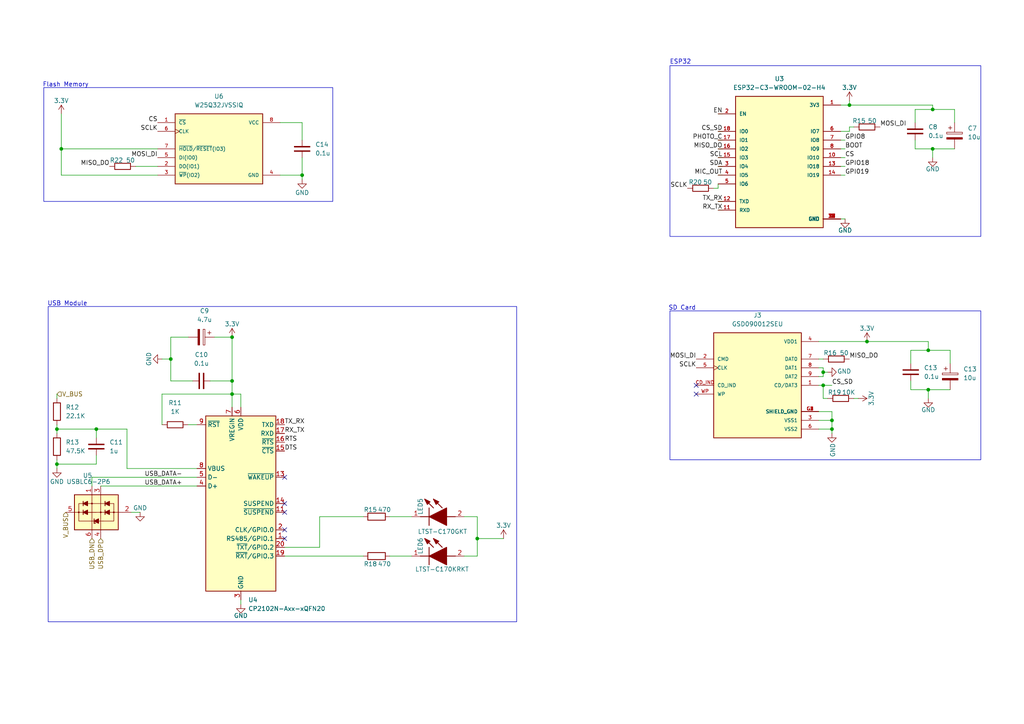
<source format=kicad_sch>
(kicad_sch (version 20250114) (generator "eeschema") (generator_version "9.0")
  (paper "A4")
  (title_block (date "2025-12-22") (rev "v1") (company "JPIndustries"))
  (lib_symbols
    (symbol "Device:C_Polarized" (pin_numbers (hide yes)) (pin_names (offset 0.254))
      (property "Reference" "C" (at 0.635 2.54 0))
      (property "Value" "C_Polarized" (at 0.635 -2.54 0))
      (symbol "C_Polarized_0_1"
        (rectangle (start -2.286 0.508) (end 2.286 1.016))
        (polyline (pts (xy -1.778 2.286) (xy -0.762 2.286)))
        (polyline (pts (xy -1.27 2.794) (xy -1.27 1.778)))
        (rectangle (start 2.286 -0.508) (end -2.286 -1.016) (fill (type outline)))
      )
      (symbol "C_Polarized_1_1"
        (pin passive line (at 0 3.81 270) (length 2.794) (name "~") (number "1"))
        (pin passive line (at 0 -3.81 90) (length 2.794) (name "~") (number "2"))
      )
    )
    (symbol "Device:R" (pin_numbers (hide yes)) (pin_names (offset 0))
      (property "Reference" "R" (at 2.032 0 90))
      (property "Value" "R" (at 0 0 90))
      (symbol "R_0_1"
        (rectangle (start -1.016 -2.54) (end 1.016 2.54) (stroke (width 0.254)))
      )
      (symbol "R_1_1"
        (pin passive line (at 0 3.81 270) (length 1.27) (name "~") (number "1"))
        (pin passive line (at 0 -3.81 90) (length 1.27) (name "~") (number "2"))
      )
    )
    (symbol "ESP32-C3-WROOM-02-H4:ESP32-C3-WROOM-02-H4" (pin_names (offset 1.016))
      (property "Reference" "U" (at -12.7 21.082 0))
      (property "Value" "ESP32-C3-WROOM-02-H4" (at -12.7 -18.542 0))
      (symbol "ESP32-C3-WROOM-02-H4_0_0"
        (rectangle (start -12.7 -17.78) (end 12.7 20.32) (stroke (width 0.254)) (fill (type background)))
        (pin input line (at -17.78 15.24 0) (length 5.08) (name "EN") (number "2"))
        (pin bidirectional line (at -17.78 10.16 0) (length 5.08) (name "IO0") (number "18"))
        (pin bidirectional line (at -17.78 7.62 0) (length 5.08) (name "IO1") (number "17"))
        (pin bidirectional line (at -17.78 5.08 0) (length 5.08) (name "IO2") (number "16"))
        (pin bidirectional line (at -17.78 2.54 0) (length 5.08) (name "IO3") (number "15"))
        (pin bidirectional line (at -17.78 0 0) (length 5.08) (name "IO4") (number "3"))
        (pin bidirectional line (at -17.78 -2.54 0) (length 5.08) (name "IO5") (number "4"))
        (pin bidirectional line (at -17.78 -5.08 0) (length 5.08) (name "IO6") (number "5"))
        (pin bidirectional line (at -17.78 -10.16 0) (length 5.08) (name "TXD") (number "12"))
        (pin bidirectional line (at -17.78 -12.7 0) (length 5.08) (name "RXD") (number "11"))
        (pin power_in line (at 17.78 17.78 180) (length 5.08) (name "3V3") (number "1"))
        (pin bidirectional line (at 17.78 10.16 180) (length 5.08) (name "IO7") (number "6"))
        (pin bidirectional line (at 17.78 7.62 180) (length 5.08) (name "IO8") (number "7"))
        (pin bidirectional line (at 17.78 5.08 180) (length 5.08) (name "IO9") (number "8"))
        (pin bidirectional line (at 17.78 2.54 180) (length 5.08) (name "IO10") (number "10"))
        (pin bidirectional line (at 17.78 0 180) (length 5.08) (name "IO18") (number "13"))
        (pin bidirectional line (at 17.78 -2.54 180) (length 5.08) (name "IO19") (number "14"))
        (pin power_in line (at 17.78 -15.24 180) (length 5.08) (name "GND") (number "19"))
        (pin power_in line (at 17.78 -15.24 180) (length 5.08) (name "GND") (number "20"))
        (pin power_in line (at 17.78 -15.24 180) (length 5.08) (name "GND") (number "21"))
        (pin power_in line (at 17.78 -15.24 180) (length 5.08) (name "GND") (number "22"))
        (pin power_in line (at 17.78 -15.24 180) (length 5.08) (name "GND") (number "23"))
        (pin power_in line (at 17.78 -15.24 180) (length 5.08) (name "GND") (number "24"))
        (pin power_in line (at 17.78 -15.24 180) (length 5.08) (name "GND") (number "25"))
        (pin power_in line (at 17.78 -15.24 180) (length 5.08) (name "GND") (number "26"))
        (pin power_in line (at 17.78 -15.24 180) (length 5.08) (name "GND") (number "27"))
        (pin power_in line (at 17.78 -15.24 180) (length 5.08) (name "GND") (number "28"))
        (pin power_in line (at 17.78 -15.24 180) (length 5.08) (name "GND") (number "29"))
        (pin power_in line (at 17.78 -15.24 180) (length 5.08) (name "GND") (number "30"))
        (pin power_in line (at 17.78 -15.24 180) (length 5.08) (name "GND") (number "31"))
        (pin power_in line (at 17.78 -15.24 180) (length 5.08) (name "GND") (number "32"))
        (pin power_in line (at 17.78 -15.24 180) (length 5.08) (name "GND") (number "33"))
        (pin power_in line (at 17.78 -15.24 180) (length 5.08) (name "GND") (number "34"))
        (pin power_in line (at 17.78 -15.24 180) (length 5.08) (name "GND") (number "35"))
        (pin power_in line (at 17.78 -15.24 180) (length 5.08) (name "GND") (number "36"))
        (pin power_in line (at 17.78 -15.24 180) (length 5.08) (name "GND") (number "37"))
        (pin power_in line (at 17.78 -15.24 180) (length 5.08) (name "GND") (number "38"))
        (pin power_in line (at 17.78 -15.24 180) (length 5.08) (name "GND") (number "39"))
        (pin power_in line (at 17.78 -15.24 180) (length 5.08) (name "GND") (number "9"))
      )
    )
    (symbol "GSD090012SEU:GSD090012SEU" (pin_names (offset 1.016))
      (property "Reference" "J" (at -12.7 16.002 0))
      (property "Value" "GSD090012SEU" (at -12.7 -17.78 0))
      (symbol "GSD090012SEU_0_0"
        (rectangle (start -12.7 -15.24) (end 12.7 15.24) (stroke (width 0.254)) (fill (type background)))
        (pin bidirectional line (at -17.78 7.62 0) (length 5.08) (name "CMD") (number "2"))
        (pin bidirectional clock (at -17.78 5.08 0) (length 5.08) (name "CLK") (number "5"))
        (pin passive line (at -17.78 0 0) (length 5.08) (name "CD_IND") (number "CD_IND"))
        (pin passive line (at -17.78 -2.54 0) (length 5.08) (name "WP") (number "WP"))
        (pin power_in line (at 17.78 12.7 180) (length 5.08) (name "VDD1") (number "4"))
        (pin bidirectional line (at 17.78 7.62 180) (length 5.08) (name "DAT0") (number "7"))
        (pin bidirectional line (at 17.78 5.08 180) (length 5.08) (name "DAT1") (number "8"))
        (pin bidirectional line (at 17.78 2.54 180) (length 5.08) (name "DAT2") (number "9"))
        (pin bidirectional line (at 17.78 0 180) (length 5.08) (name "CD/DAT3") (number "1"))
        (pin power_in line (at 17.78 -7.62 180) (length 5.08) (name "SHIELD_GND") (number "G1"))
        (pin power_in line (at 17.78 -7.62 180) (length 5.08) (name "SHIELD_GND") (number "G2"))
        (pin power_in line (at 17.78 -7.62 180) (length 5.08) (name "SHIELD_GND") (number "G3"))
        (pin power_in line (at 17.78 -7.62 180) (length 5.08) (name "SHIELD_GND") (number "G4"))
        (pin power_in line (at 17.78 -10.16 180) (length 5.08) (name "VSS1") (number "3"))
        (pin power_in line (at 17.78 -12.7 180) (length 5.08) (name "VSS2") (number "6"))
      )
    )
    (symbol "Interface_USB:CP2102N-Axx-xQFN20"
      (property "Reference" "U" (at -8.89 26.67 0))
      (property "Value" "CP2102N-Axx-xQFN20" (at 12.7 26.67 0))
      (symbol "CP2102N-Axx-xQFN20_0_1"
        (rectangle (start -10.16 25.4) (end 10.16 -25.4) (stroke (width 0.254)) (fill (type background)))
      )
      (symbol "CP2102N-Axx-xQFN20_1_1"
        (pin input line (at -12.7 22.86 0) (length 2.54) (name "~{RST}") (number "9"))
        (pin input line (at -12.7 10.16 0) (length 2.54) (name "VBUS") (number "8"))
        (pin bidirectional line (at -12.7 7.62 0) (length 2.54) (name "D-") (number "5"))
        (pin bidirectional line (at -12.7 5.08 0) (length 2.54) (name "D+") (number "4"))
        (pin no_connect line (at -10.16 -22.86 0) (length 2.54) (hide yes) (name "NC") (number "10"))
        (pin power_in line (at -2.54 27.94 270) (length 2.54) (name "VREGIN") (number "7"))
        (pin power_in line (at 0 27.94 270) (length 2.54) (name "VDD") (number "6"))
        (pin passive line (at 0 -27.94 90) (length 2.54) (hide yes) (name "GND") (number "12"))
        (pin passive line (at 0 -27.94 90) (length 2.54) (hide yes) (name "GND") (number "21"))
        (pin power_in line (at 0 -27.94 90) (length 2.54) (name "GND") (number "3"))
        (pin output line (at 12.7 22.86 180) (length 2.54) (name "TXD") (number "18"))
        (pin input line (at 12.7 20.32 180) (length 2.54) (name "RXD") (number "17"))
        (pin output line (at 12.7 17.78 180) (length 2.54) (name "~{RTS}") (number "16"))
        (pin input line (at 12.7 15.24 180) (length 2.54) (name "~{CTS}") (number "15"))
        (pin input line (at 12.7 7.62 180) (length 2.54) (name "~{WAKEUP}") (number "13"))
        (pin output line (at 12.7 0 180) (length 2.54) (name "SUSPEND") (number "14"))
        (pin output line (at 12.7 -2.54 180) (length 2.54) (name "~{SUSPEND}") (number "11"))
        (pin bidirectional line (at 12.7 -7.62 180) (length 2.54) (name "CLK/GPIO.0") (number "2"))
        (pin bidirectional line (at 12.7 -10.16 180) (length 2.54) (name "RS485/GPIO.1") (number "1"))
        (pin bidirectional line (at 12.7 -12.7 180) (length 2.54) (name "~{TXT}/GPIO.2") (number "20"))
        (pin bidirectional line (at 12.7 -15.24 180) (length 2.54) (name "~{RXT}/GPIO.3") (number "19"))
      )
    )
    (symbol "LTST-C170GKT:LTST-C170GKT" (pin_names (hide yes))
      (property "Reference" "LED" (at 12.7 8.89 0))
      (property "Value" "LTST-C170GKT" (at 12.7 6.35 0))
      (symbol "LTST-C170GKT_1_1"
        (polyline (pts (xy 2.54 0) (xy 5.08 0)) (stroke (width 0.254)))
        (polyline (pts (xy 5.08 2.54) (xy 5.08 -2.54)) (stroke (width 0.254)))
        (polyline (pts (xy 5.08 0) (xy 10.16 2.54) (xy 10.16 -2.54) (xy 5.08 0)) (stroke (width 0.254)) (fill (type outline)))
        (polyline (pts (xy 5.334 4.318) (xy 4.572 3.556) (xy 3.81 5.08) (xy 5.334 4.318)) (stroke (width 0.254)) (fill (type outline)))
        (polyline (pts (xy 6.35 2.54) (xy 3.81 5.08)) (stroke (width 0.254)))
        (polyline (pts (xy 7.874 4.318) (xy 7.112 3.556) (xy 6.35 5.08) (xy 7.874 4.318)) (stroke (width 0.254)) (fill (type outline)))
        (polyline (pts (xy 8.89 2.54) (xy 6.35 5.08)) (stroke (width 0.254)))
        (polyline (pts (xy 10.16 0) (xy 12.7 0)) (stroke (width 0.254)))
        (pin passive line (at 0 0 0) (length 2.54) (name "K") (number "1"))
        (pin passive line (at 15.24 0 180) (length 2.54) (name "A") (number "2"))
      )
    )
    (symbol "LTST-C170KRKT:LTST-C170KRKT" (pin_names (hide yes))
      (property "Reference" "LED" (at 12.7 8.89 0))
      (property "Value" "LTST-C170KRKT" (at 12.7 6.35 0))
      (symbol "LTST-C170KRKT_1_1"
        (polyline (pts (xy 2.54 0) (xy 5.08 0)) (stroke (width 0.254)))
        (polyline (pts (xy 5.08 2.54) (xy 5.08 -2.54)) (stroke (width 0.254)))
        (polyline (pts (xy 5.08 0) (xy 10.16 2.54) (xy 10.16 -2.54) (xy 5.08 0)) (stroke (width 0.254)) (fill (type outline)))
        (polyline (pts (xy 5.334 4.318) (xy 4.572 3.556) (xy 3.81 5.08) (xy 5.334 4.318)) (stroke (width 0.254)) (fill (type outline)))
        (polyline (pts (xy 6.35 2.54) (xy 3.81 5.08)) (stroke (width 0.254)))
        (polyline (pts (xy 7.874 4.318) (xy 7.112 3.556) (xy 6.35 5.08) (xy 7.874 4.318)) (stroke (width 0.254)) (fill (type outline)))
        (polyline (pts (xy 8.89 2.54) (xy 6.35 5.08)) (stroke (width 0.254)))
        (polyline (pts (xy 10.16 0) (xy 12.7 0)) (stroke (width 0.254)))
        (pin passive line (at 0 0 0) (length 2.54) (name "K") (number "1"))
        (pin passive line (at 15.24 0 180) (length 2.54) (name "A") (number "2"))
      )
    )
    (symbol "PCM_Diode_TVS_AKL:USBLC6-2P6" (pin_names (offset 1.016) (hide yes))
      (property "Reference" "D" (at 6.35 6.35 0))
      (property "Value" "USBLC6-2P6" (at 6.35 3.81 0))
      (symbol "USBLC6-2P6_0_1"
        (rectangle (start -5.08 5.08) (end 5.08 -7.62) (stroke (width 0.254)) (fill (type background)))
        (polyline (pts (xy -5.08 0) (xy 5.08 0)))
        (polyline (pts (xy -5.08 -2.54) (xy 5.08 -2.54)))
        (polyline (pts (xy -2.54 2.54) (xy -1.905 1.27) (xy -3.175 1.27) (xy -2.54 2.54)) (stroke (width 0.254)) (fill (type outline)))
        (polyline (pts (xy -2.54 -3.81) (xy -1.905 -5.08) (xy -3.175 -5.08) (xy -2.54 -3.81)) (stroke (width 0.254)) (fill (type outline)))
        (polyline (pts (xy -2.54 -6.35) (xy -2.54 1.27)))
        (polyline (pts (xy -2.54 -6.35) (xy -2.54 -6.35) (xy 2.54 -6.35) (xy 2.54 -3.175)))
        (polyline (pts (xy -1.905 2.54) (xy -3.175 2.54)) (stroke (width 0.254)))
        (polyline (pts (xy -1.905 -3.81) (xy -3.175 -3.81)) (stroke (width 0.254)))
        (polyline (pts (xy 0 5.08) (xy 0 3.81)))
        (polyline (pts (xy 0 2.54) (xy 0 3.81)))
        (polyline (pts (xy 0 2.54) (xy 0.635 1.27) (xy -0.635 1.27) (xy 0 2.54)) (stroke (width 0.254)) (fill (type outline)))
        (polyline (pts (xy 0 1.27) (xy 0 -3.81)))
        (polyline (pts (xy 0 -1.27) (xy 0 1.27)))
        (polyline (pts (xy 0 -3.81) (xy 0.635 -5.08) (xy -0.635 -5.08) (xy 0 -3.81)) (stroke (width 0.254)) (fill (type outline)))
        (polyline (pts (xy 0 -7.62) (xy 0 -6.35)))
        (polyline (pts (xy 0 -8.89) (xy 0 -7.62)))
        (polyline (pts (xy 0.635 2.54) (xy -0.635 2.54)) (stroke (width 0.254)))
        (polyline (pts (xy 0.635 -3.81) (xy -0.635 -3.81)) (stroke (width 0.254)))
        (polyline (pts (xy 2.54 -0.635) (xy 2.54 3.81) (xy -2.54 3.81) (xy -2.54 2.54)))
        (polyline (pts (xy 2.54 -0.635) (xy 3.175 -1.905) (xy 1.905 -1.905) (xy 2.54 -0.635)) (stroke (width 0.254)) (fill (type outline)))
        (polyline (pts (xy 3.175 -0.635) (xy 1.905 -0.635)) (stroke (width 0.254)))
      )
      (symbol "USBLC6-2P6_1_1"
        (circle (center -2.54 0) (radius 0.1778) (fill (type outline)))
        (circle (center 0 3.81) (radius 0.1778) (fill (type outline)))
        (polyline (pts (xy 0 0) (xy 0 2.54)))
        (circle (center 0 -2.54) (radius 0.1778) (fill (type outline)))
        (polyline (pts (xy 0 -6.35) (xy 0 -3.81)))
        (circle (center 0 -6.35) (radius 0.1778) (fill (type outline)))
        (polyline (pts (xy 2.54 -3.175) (xy 2.54 -0.635)))
        (polyline (pts (xy 3.175 -0.635) (xy 3.175 -1.016)) (stroke (width 0.254)))
        (pin passive line (at -7.62 0 0) (length 2.54) (name "L1") (number "1"))
        (pin passive line (at -7.62 -2.54 0) (length 2.54) (name "L2") (number "3"))
        (pin passive line (at 0 7.62 270) (length 2.54) (name "VP") (number "5"))
        (pin passive line (at 0 -11.43 90) (length 2.54) (name "VN") (number "2"))
        (pin passive line (at 7.62 0 180) (length 2.54) (name "L1") (number "6"))
        (pin passive line (at 7.62 -2.54 180) (length 2.54) (name "L2") (number "4"))
      )
    )
    (symbol "PCM_SL_Devices:Capacitor_NP"
      (property "Reference" "C" (at 0 6.35 0))
      (property "Value" "Capacitor_NP" (at 0 3.81 0))
      (symbol "Capacitor_NP_0_1"
        (rectangle (start -0.762 2.286) (end -0.508 -2.286) (fill (type outline)))
        (rectangle (start 0.508 2.286) (end 0.762 -2.286) (fill (type outline)))
      )
      (symbol "Capacitor_NP_1_1"
        (pin passive line (at -2.54 0 0) (length 2) (name "~") (number "1"))
        (pin input line (at 2.54 0 180) (length 2) (name "~") (number "2"))
      )
    )
    (symbol "PCM_SL_Resistors:Resistor"
      (property "Reference" "R" (at 0 5.08 0))
      (property "Value" "Resistor" (at 0 2.54 0))
      (symbol "Resistor_0_1"
        (rectangle (start -2.286 0.889) (end 2.286 -0.889) (stroke (width 0.24)))
      )
      (symbol "Resistor_1_1"
        (pin passive line (at -3.81 0 0) (length 1.5) (name "") (number "1"))
        (pin passive line (at 3.81 0 180) (length 1.5) (name "~") (number "2"))
      )
    )
    (symbol "PCM_SparkFun-PowerSymbol:3.3V" (power) (pin_names (offset 0))
      (property "Value" "3.3V" (at 0 3.81 0))
      (symbol "3.3V_0_1"
        (polyline (pts (xy -0.762 1.27) (xy 0 2.54)))
        (polyline (pts (xy 0 2.54) (xy 0.762 1.27)))
        (polyline (pts (xy 0 0) (xy 0 2.54)))
      )
      (symbol "3.3V_1_1"
        (pin power_in line (at 0 0 90) (length 0) (hide yes) (name "3.3V") (number "1"))
      )
    )
    (symbol "PCM_SparkFun-PowerSymbol:GND" (power) (pin_names (offset 0))
      (property "Value" "GND" (at 0 -3.81 0))
      (symbol "GND_0_1"
        (polyline (pts (xy 0 0) (xy 0 -1.27) (xy 1.27 -1.27) (xy 0 -2.54) (xy -1.27 -1.27) (xy 0 -1.27)))
      )
      (symbol "GND_1_1"
        (pin power_in line (at 0 0 270) (length 0) (hide yes) (name "GND") (number "1"))
      )
    )
    (symbol "W25Q32JVSSIQ:W25Q32JVSSIQ" (pin_names (offset 1.016))
      (property "Reference" "U" (at -12.4723 10.945 0))
      (property "Value" "W25Q32JVSSIQ" (at -12.4744 -12.2198 0))
      (symbol "W25Q32JVSSIQ_0_0"
        (rectangle (start -12.7 -10.16) (end 12.7 10.16) (stroke (width 0.254)) (fill (type background)))
        (pin input line (at -17.78 7.62 0) (length 5.08) (name "~{CS}") (number "1"))
        (pin input clock (at -17.78 5.08 0) (length 5.08) (name "CLK") (number "6"))
        (pin bidirectional line (at -17.78 0 0) (length 5.08) (name "~{HOLD}/~{RESET}(IO3)") (number "7"))
        (pin bidirectional line (at -17.78 -2.54 0) (length 5.08) (name "DI(IO0)") (number "5"))
        (pin bidirectional line (at -17.78 -5.08 0) (length 5.08) (name "DO(IO1)") (number "2"))
        (pin bidirectional line (at -17.78 -7.62 0) (length 5.08) (name "~{WP}(IO2)") (number "3"))
        (pin power_in line (at 17.78 7.62 180) (length 5.08) (name "VCC") (number "8"))
        (pin power_in line (at 17.78 -7.62 180) (length 5.08) (name "GND") (number "4"))
      )
    )
  )
  (rectangle (start 194.31 90.17) (end 284.48 133.35))
  (rectangle (start 12.7 25.4) (end 96.52 58.42))
  (rectangle (start 13.97 88.9) (end 149.86 180.34))
  (rectangle (start 194.31 19.05) (end 284.48 68.58))
  (text "ESP32\n" (at 197.358 18.034 0) (effects (font (size 1.27 1.27))))
  (text "SD Card\n" (at 197.866 89.408 0) (effects (font (size 1.27 1.27))))
  (text "USB Module" (at 19.558 88.138 0) (effects (font (size 1.27 1.27))))
  (text "Flash Memory" (at 19.05 24.638 0) (effects (font (size 1.27 1.27))))
  (junction (at 238.76 107.95))
  (junction (at 241.3 124.46))
  (junction (at 67.31 97.79))
  (junction (at 67.31 114.3))
  (junction (at 138.43 156.21))
  (junction (at 269.24 113.03))
  (junction (at 27.94 124.46))
  (junction (at 241.3 121.92))
  (junction (at 270.51 31.75))
  (junction (at 16.51 134.62))
  (junction (at 49.53 104.14))
  (junction (at 246.38 30.48))
  (junction (at 251.46 99.06))
  (junction (at 238.76 111.76))
  (junction (at 67.31 110.49))
  (junction (at 17.78 43.18))
  (junction (at 16.51 124.46))
  (junction (at 269.24 101.6))
  (junction (at 270.51 43.18))
  (junction (at 87.63 50.8))
  (no_connect (at 82.55 156.21))
  (no_connect (at 201.93 114.3))
  (no_connect (at 82.55 146.05))
  (no_connect (at 82.55 138.43))
  (no_connect (at 82.55 148.59))
  (no_connect (at 201.93 111.76))
  (no_connect (at 82.55 153.67))
  (wire (pts (xy 134.62 149.86) (xy 138.43 149.86)))
  (wire (pts (xy 241.3 121.92) (xy 241.3 124.46)))
  (wire (pts (xy 246.38 38.1) (xy 243.84 38.1)))
  (wire (pts (xy 238.76 111.76) (xy 238.76 115.57)))
  (wire (pts (xy 87.63 50.8) (xy 87.63 52.07)))
  (wire (pts (xy 16.51 135.89) (xy 16.51 134.62)))
  (wire (pts (xy 67.31 114.3) (xy 67.31 118.11)))
  (wire (pts (xy 17.78 50.8) (xy 17.78 43.18)))
  (wire (pts (xy 17.78 43.18) (xy 45.72 43.18)))
  (wire (pts (xy 237.49 106.68) (xy 238.76 106.68)))
  (wire (pts (xy 238.76 111.76) (xy 237.49 111.76)))
  (wire (pts (xy 237.49 109.22) (xy 238.76 109.22)))
  (wire (pts (xy 54.61 123.19) (xy 57.15 123.19)))
  (wire (pts (xy 39.37 48.26) (xy 45.72 48.26)))
  (wire (pts (xy 208.28 58.42) (xy 209.55 58.42)))
  (wire (pts (xy 69.85 175.26) (xy 69.85 173.99)))
  (wire (pts (xy 269.24 99.06) (xy 269.24 101.6)))
  (wire (pts (xy 264.16 113.03) (xy 269.24 113.03)))
  (wire (pts (xy 265.43 31.75) (xy 270.51 31.75)))
  (wire (pts (xy 57.15 138.43) (xy 26.67 138.43)))
  (wire (pts (xy 134.62 161.29) (xy 138.43 161.29)))
  (wire (pts (xy 270.51 31.75) (xy 270.51 30.48)))
  (wire (pts (xy 36.83 124.46) (xy 36.83 135.89)))
  (wire (pts (xy 27.94 124.46) (xy 36.83 124.46)))
  (wire (pts (xy 208.28 50.8) (xy 209.55 50.8)))
  (wire (pts (xy 29.21 140.97) (xy 57.15 140.97)))
  (wire (pts (xy 246.38 30.48) (xy 243.84 30.48)))
  (wire (pts (xy 138.43 149.86) (xy 138.43 156.21)))
  (wire (pts (xy 27.94 134.62) (xy 16.51 134.62)))
  (wire (pts (xy 82.55 161.29) (xy 105.41 161.29)))
  (wire (pts (xy 247.65 36.83) (xy 246.38 36.83)))
  (wire (pts (xy 16.51 114.3) (xy 16.51 115.57)))
  (wire (pts (xy 46.99 123.19) (xy 46.99 114.3)))
  (wire (pts (xy 67.31 110.49) (xy 60.96 110.49)))
  (wire (pts (xy 237.49 99.06) (xy 251.46 99.06)))
  (wire (pts (xy 270.51 43.18) (xy 276.86 43.18)))
  (wire (pts (xy 92.71 158.75) (xy 92.71 149.86)))
  (wire (pts (xy 69.85 114.3) (xy 67.31 114.3)))
  (wire (pts (xy 270.51 43.18) (xy 270.51 45.72)))
  (wire (pts (xy 269.24 113.03) (xy 269.24 115.57)))
  (wire (pts (xy 246.38 29.21) (xy 246.38 30.48)))
  (wire (pts (xy 247.65 115.57) (xy 248.92 115.57)))
  (wire (pts (xy 208.28 43.18) (xy 209.55 43.18)))
  (wire (pts (xy 208.28 48.26) (xy 209.55 48.26)))
  (wire (pts (xy 67.31 97.79) (xy 62.23 97.79)))
  (wire (pts (xy 251.46 99.06) (xy 269.24 99.06)))
  (wire (pts (xy 276.86 31.75) (xy 276.86 35.56)))
  (wire (pts (xy 275.59 101.6) (xy 275.59 105.41)))
  (wire (pts (xy 243.84 45.72) (xy 245.11 45.72)))
  (wire (pts (xy 208.28 33.02) (xy 209.55 33.02)))
  (wire (pts (xy 265.43 35.56) (xy 265.43 31.75)))
  (wire (pts (xy 55.88 110.49) (xy 49.53 110.49)))
  (wire (pts (xy 238.76 115.57) (xy 240.03 115.57)))
  (wire (pts (xy 208.28 38.1) (xy 209.55 38.1)))
  (wire (pts (xy 26.67 138.43) (xy 26.67 140.97)))
  (wire (pts (xy 16.51 124.46) (xy 27.94 124.46)))
  (wire (pts (xy 87.63 45.72) (xy 87.63 50.8)))
  (wire (pts (xy 265.43 43.18) (xy 270.51 43.18)))
  (wire (pts (xy 237.49 119.38) (xy 241.3 119.38)))
  (wire (pts (xy 208.28 45.72) (xy 209.55 45.72)))
  (wire (pts (xy 49.53 104.14) (xy 46.99 104.14)))
  (wire (pts (xy 113.03 149.86) (xy 119.38 149.86)))
  (wire (pts (xy 208.28 40.64) (xy 209.55 40.64)))
  (wire (pts (xy 237.49 124.46) (xy 241.3 124.46)))
  (wire (pts (xy 207.01 54.61) (xy 208.28 54.61)))
  (wire (pts (xy 138.43 156.21) (xy 146.05 156.21)))
  (wire (pts (xy 67.31 110.49) (xy 67.31 97.79)))
  (wire (pts (xy 246.38 30.48) (xy 270.51 30.48)))
  (wire (pts (xy 82.55 158.75) (xy 92.71 158.75)))
  (wire (pts (xy 113.03 161.29) (xy 119.38 161.29)))
  (wire (pts (xy 243.84 63.5) (xy 245.11 63.5)))
  (wire (pts (xy 54.61 97.79) (xy 49.53 97.79)))
  (wire (pts (xy 81.28 50.8) (xy 87.63 50.8)))
  (wire (pts (xy 238.76 107.95) (xy 240.03 107.95)))
  (wire (pts (xy 264.16 105.41) (xy 264.16 101.6)))
  (wire (pts (xy 27.94 124.46) (xy 27.94 127)))
  (wire (pts (xy 69.85 118.11) (xy 69.85 114.3)))
  (wire (pts (xy 16.51 134.62) (xy 16.51 133.35)))
  (wire (pts (xy 208.28 60.96) (xy 209.55 60.96)))
  (wire (pts (xy 265.43 40.64) (xy 265.43 43.18)))
  (wire (pts (xy 138.43 161.29) (xy 138.43 156.21)))
  (wire (pts (xy 16.51 123.19) (xy 16.51 124.46)))
  (wire (pts (xy 27.94 132.08) (xy 27.94 134.62)))
  (wire (pts (xy 238.76 109.22) (xy 238.76 107.95)))
  (wire (pts (xy 208.28 54.61) (xy 208.28 53.34)))
  (wire (pts (xy 246.38 36.83) (xy 246.38 38.1)))
  (wire (pts (xy 243.84 50.8) (xy 245.11 50.8)))
  (wire (pts (xy 87.63 35.56) (xy 87.63 40.64)))
  (wire (pts (xy 238.76 111.76) (xy 241.3 111.76)))
  (wire (pts (xy 269.24 113.03) (xy 275.59 113.03)))
  (wire (pts (xy 269.24 101.6) (xy 275.59 101.6)))
  (wire (pts (xy 238.76 106.68) (xy 238.76 107.95)))
  (wire (pts (xy 264.16 110.49) (xy 264.16 113.03)))
  (wire (pts (xy 92.71 149.86) (xy 105.41 149.86)))
  (wire (pts (xy 237.49 121.92) (xy 241.3 121.92)))
  (wire (pts (xy 38.1 148.59) (xy 40.64 148.59)))
  (wire (pts (xy 270.51 31.75) (xy 276.86 31.75)))
  (wire (pts (xy 81.28 35.56) (xy 87.63 35.56)))
  (wire (pts (xy 243.84 48.26) (xy 245.11 48.26)))
  (wire (pts (xy 243.84 40.64) (xy 245.11 40.64)))
  (wire (pts (xy 237.49 104.14) (xy 238.76 104.14)))
  (wire (pts (xy 243.84 43.18) (xy 245.11 43.18)))
  (wire (pts (xy 241.3 119.38) (xy 241.3 121.92)))
  (wire (pts (xy 67.31 114.3) (xy 67.31 110.49)))
  (wire (pts (xy 17.78 43.18) (xy 17.78 33.02)))
  (wire (pts (xy 46.99 114.3) (xy 67.31 114.3)))
  (wire (pts (xy 16.51 124.46) (xy 16.51 125.73)))
  (wire (pts (xy 36.83 135.89) (xy 57.15 135.89)))
  (wire (pts (xy 45.72 50.8) (xy 17.78 50.8)))
  (wire (pts (xy 241.3 124.46) (xy 241.3 125.73)))
  (wire (pts (xy 49.53 97.79) (xy 49.53 104.14)))
  (wire (pts (xy 264.16 101.6) (xy 269.24 101.6)))
  (wire (pts (xy 49.53 110.49) (xy 49.53 104.14)))
  (label "CS" (at 245.11 45.72 0))
  (label "CS_SD" (at 209.55 38.1 180))
  (label "MISO_DO" (at 246.38 104.14 0))
  (label "GPIO18" (at 245.11 48.26 0))
  (label "TX_RX" (at 82.55 123.19 0))
  (label "MIC_OUT" (at 209.55 50.8 180))
  (label "SCLK" (at 45.72 38.1 180))
  (label "DTS" (at 82.55 130.81 0))
  (label "SCLK" (at 201.93 106.68 180))
  (label "USB_DATA+" (at 41.91 140.97 0))
  (label "MOSI_DI" (at 201.93 104.14 180))
  (label "CS" (at 45.72 35.56 180))
  (label "GPI019" (at 245.11 50.8 0))
  (label "TX_RX" (at 209.55 58.42 180))
  (label "SCLK" (at 199.39 54.61 180))
  (label "USB_DATA-" (at 41.91 138.43 0))
  (label "SDA" (at 209.55 48.26 180))
  (label "PHOTO_C" (at 209.55 40.64 180))
  (label "GPIO8" (at 245.11 40.64 0))
  (label "BOOT" (at 245.11 43.18 0))
  (label "SCL" (at 209.55 45.72 180))
  (label "MISO_DO" (at 31.75 48.26 180))
  (label "RX_TX" (at 209.55 60.96 180))
  (label "RTS" (at 82.55 128.27 0))
  (label "CS_SD" (at 241.3 111.76 0))
  (label "MISO_DO" (at 209.55 43.18 180))
  (label "EN" (at 209.55 33.02 180))
  (label "MOSI_DI" (at 45.72 45.72 180))
  (label "MOSI_DI" (at 255.27 36.83 0))
  (label "RX_TX" (at 82.55 125.73 0))
  (hierarchical_label "V_BUS" (shape input) (at 19.05 148.59 270))
  (hierarchical_label "USB_DN" (shape input) (at 26.67 156.21 270))
  (hierarchical_label "USB_DP" (shape input) (at 29.21 156.21 270))
  (hierarchical_label "V_BUS" (shape input) (at 16.51 114.3 0))
  (symbol (lib_id "PCM_SL_Resistors:Resistor") (at 50.8 123.19 180) (unit 1)
    (property "Reference" "R11" (at 50.8 116.84 0))
    (property "Value" "1K" (at 50.8 119.38 0))
    (property "Footprint" "Resistor_THT:R_Axial_DIN0207_L6.3mm_D2.5mm_P10.16mm_Horizontal" (effects (hide yes)))
    (property "Description" "1/4W Resistor" (effects (hide yes)))
  )
  (symbol (lib_id "Device:R") (at 16.51 119.38 0) (unit 1)
    (property "Reference" "R12" (at 19.05 118.1099 0) (effects (justify left)))
    (property "Value" "22.1K" (at 19.05 120.6499 0) (effects (justify left)))
    (property "Description" "Resistor" (effects (hide yes)))
  )
  (symbol (lib_id "PCM_SL_Devices:Capacitor_NP") (at 27.94 129.54 90) (unit 1)
    (property "Reference" "C11" (at 31.75 128.2699 90) (effects (justify right)))
    (property "Value" "1u" (at 31.75 130.8099 90) (effects (justify right)))
    (property "Footprint" "Capacitor_THT:C_Disc_D3.0mm_W2.0mm_P2.50mm" (effects (hide yes)))
    (property "Description" "Unpolarized Capacitor" (effects (hide yes)))
  )
  (symbol (lib_id "PCM_SparkFun-PowerSymbol:3.3V") (at 17.78 33.02 0) (unit 1)
    (property "Reference" "#PWR034" (effects (hide yes)))
    (property "Value" "3.3V" (at 17.78 29.21 0))
    (property "Description" "Power symbol creates a global label with name \"3.3V\"" (effects (hide yes)))
  )
  (symbol (lib_id "PCM_SparkFun-PowerSymbol:GND") (at 40.64 148.59 0) (unit 1)
    (property "Reference" "#PWR020" (effects (hide yes)))
    (property "Value" "GND" (at 40.64 147.32 0))
    (property "Description" "Power symbol creates a global label with name \"GND\" , ground" (effects (hide yes)))
  )
  (symbol (lib_id "PCM_SparkFun-PowerSymbol:GND") (at 241.3 125.73 0) (unit 1)
    (property "Reference" "#PWR031" (effects (hide yes)))
    (property "Value" "GND" (at 241.554 130.556 90))
    (property "Description" "Power symbol creates a global label with name \"GND\" , ground" (effects (hide yes)))
  )
  (symbol (lib_id "PCM_SparkFun-PowerSymbol:3.3V") (at 251.46 99.06 0) (unit 1)
    (property "Reference" "#PWR033" (effects (hide yes)))
    (property "Value" "3.3V" (at 251.46 95.25 0))
    (property "Description" "Power symbol creates a global label with name \"3.3V\"" (effects (hide yes)))
  )
  (symbol (lib_id "PCM_SparkFun-PowerSymbol:3.3V") (at 146.05 156.21 0) (unit 1)
    (property "Reference" "#PWR024" (effects (hide yes)))
    (property "Value" "3.3V" (at 146.05 152.4 0))
    (property "Description" "Power symbol creates a global label with name \"3.3V\"" (effects (hide yes)))
  )
  (symbol (lib_id "PCM_SparkFun-PowerSymbol:GND") (at 46.99 104.14 270) (unit 1)
    (property "Reference" "#PWR022" (effects (hide yes)))
    (property "Value" "GND" (at 43.18 104.14 0))
    (property "Description" "Power symbol creates a global label with name \"GND\" , ground" (effects (hide yes)))
  )
  (symbol (lib_id "PCM_SL_Resistors:Resistor") (at 243.84 115.57 180) (unit 1)
    (property "Reference" "R19" (at 242.062 113.792 0))
    (property "Value" "10K" (at 246.126 113.792 0))
    (property "Footprint" "Resistor_THT:R_Axial_DIN0207_L6.3mm_D2.5mm_P10.16mm_Horizontal" (effects (hide yes)))
    (property "Description" "1/4W Resistor" (effects (hide yes)))
  )
  (symbol (lib_id "PCM_SL_Resistors:Resistor") (at 203.2 54.61 0) (unit 1)
    (property "Reference" "R20" (at 201.676 52.832 0))
    (property "Value" "50" (at 205.232 52.832 0))
    (property "Footprint" "Resistor_THT:R_Axial_DIN0207_L6.3mm_D2.5mm_P10.16mm_Horizontal" (effects (hide yes)))
    (property "Description" "1/4W Resistor" (effects (hide yes)))
  )
  (symbol (lib_id "Device:C_Polarized") (at 276.86 39.37 0) (unit 1)
    (property "Reference" "C7" (at 280.67 37.2109 0) (effects (justify left)))
    (property "Value" "10u" (at 280.67 39.7509 0) (effects (justify left)))
    (property "Description" "Polarized capacitor" (effects (hide yes)))
  )
  (symbol (lib_id "LTST-C170KRKT:LTST-C170KRKT") (at 119.38 161.29 0) (unit 1)
    (property "Reference" "LED6" (at 121.92 160.782 90) (effects (justify left)))
    (property "Value" "LTST-C170KRKT" (at 120.396 165.1 0) (effects (justify left)))
    (property "Footprint" "LEDC2012X120N" (effects (hide yes)))
    (property "Datasheet" "https://componentsearchengine.com/Datasheets/1/LTST-C170KRKT.pdf" (effects (hide yes)))
    (property "Description" "Standard LEDs - SMD Red Clear 631nm" (effects (hide yes)))
    (property "Height" "1.2" (effects (hide yes)))
    (property "Manufacturer_Name" "Lite-On" (effects (hide yes)))
    (property "Manufacturer_Part_Number" "LTST-C170KRKT" (effects (hide yes)))
    (property "Mouser Part Number" "859-LTST-C170KRKT" (effects (hide yes)))
    (property "Mouser Price/Stock" "https://www.mouser.co.uk/ProductDetail/Lite-On/LTST-C170KRKT?qs=NUb82WqeCyrVOID%2Fxt4rgA%3D%3D" (effects (hide yes)))
    (property "Arrow Part Number" "LTST-C170KRKT" (effects (hide yes)))
    (property "Arrow Price/Stock" "https://www.arrow.com/en/products/ltst-c170krkt/lite-on-technology?utm_currency=USD&region=nac" (effects (hide yes)))
  )
  (symbol (lib_id "PCM_SparkFun-PowerSymbol:GND") (at 87.63 52.07 0) (unit 1)
    (property "Reference" "#PWR035" (effects (hide yes)))
    (property "Value" "GND" (at 87.63 55.88 0))
    (property "Description" "Power symbol creates a global label with name \"GND\" , ground" (effects (hide yes)))
  )
  (symbol (lib_id "LTST-C170GKT:LTST-C170GKT") (at 119.38 149.86 0) (unit 1)
    (property "Reference" "LED5" (at 121.92 149.352 90) (effects (justify left)))
    (property "Value" "LTST-C170GKT" (at 121.158 154.178 0) (effects (justify left)))
    (property "Footprint" "LEDC2012X120N" (effects (hide yes)))
    (property "Datasheet" "https://mm.digikey.com/Volume0/opasdata/d220001/medias/docus/895/LTST-C170GKT.pdf" (effects (hide yes)))
    (property "Description" "LED,SMD,0805,Green,6mcd,130deg Lite-On LTST-C170GKT, CHIPLED 0805 Series Green LED, 569 nm 2012 (0805), Rectangle Lens SMD package" (effects (hide yes)))
    (property "Height" "1.2" (effects (hide yes)))
    (property "Manufacturer_Name" "Lite-On" (effects (hide yes)))
    (property "Manufacturer_Part_Number" "LTST-C170GKT" (effects (hide yes)))
    (property "Mouser Part Number" "859-LTST-C170GKT" (effects (hide yes)))
    (property "Mouser Price/Stock" "https://www.mouser.co.uk/ProductDetail/Lite-On/LTST-C170GKT?qs=%2FSqKn2EfXQSV5aRij3YIfQ%3D%3D" (effects (hide yes)))
    (property "Arrow Part Number" "LTST-C170GKT" (effects (hide yes)))
    (property "Arrow Price/Stock" "https://www.arrow.com/en/products/ltst-c170gkt/lite-on-technology?utm_currency=USD&region=nac" (effects (hide yes)))
  )
  (symbol (lib_id "PCM_SparkFun-PowerSymbol:3.3V") (at 246.38 29.21 0) (unit 1)
    (property "Reference" "#PWR027" (effects (hide yes)))
    (property "Value" "3.3V" (at 246.38 25.4 0))
    (property "Description" "Power symbol creates a global label with name \"3.3V\"" (effects (hide yes)))
  )
  (symbol (lib_id "Device:C_Polarized") (at 58.42 97.79 270) (unit 1)
    (property "Reference" "C9" (at 59.309 90.17 90))
    (property "Value" "4.7u" (at 59.309 92.71 90))
    (property "Description" "Polarized capacitor" (effects (hide yes)))
  )
  (symbol (lib_id "Device:R") (at 109.22 161.29 270) (unit 1)
    (property "Reference" "R18" (at 107.442 163.576 90))
    (property "Value" "470" (at 111.506 163.576 90))
    (property "Description" "Resistor" (effects (hide yes)))
  )
  (symbol (lib_id "Interface_USB:CP2102N-Axx-xQFN20") (at 69.85 146.05 0) (unit 1)
    (property "Reference" "U4" (at 71.9933 173.99 0) (effects (justify left)))
    (property "Value" "CP2102N-Axx-xQFN20" (at 71.9933 176.53 0) (effects (justify left)))
    (property "Footprint" "Package_DFN_QFN:SiliconLabs_QFN-20-1EP_3x3mm_P0.5mm" (effects (hide yes)))
    (property "Datasheet" "https://www.silabs.com/documents/public/data-sheets/cp2102n-datasheet.pdf" (effects (hide yes)))
    (property "Description" "USB to UART master bridge, QFN-20" (effects (hide yes)))
  )
  (symbol (lib_id "PCM_SL_Resistors:Resistor") (at 251.46 36.83 0) (unit 1)
    (property "Reference" "R15" (at 249.174 35.052 0))
    (property "Value" "50" (at 252.984 35.052 0))
    (property "Footprint" "Resistor_THT:R_Axial_DIN0207_L6.3mm_D2.5mm_P10.16mm_Horizontal" (effects (hide yes)))
    (property "Description" "1/4W Resistor" (effects (hide yes)))
  )
  (symbol (lib_id "ESP32-C3-WROOM-02-H4:ESP32-C3-WROOM-02-H4") (at 226.06 48.26 0) (unit 1)
    (property "Reference" "U3" (at 226.06 22.86 0))
    (property "Value" "ESP32-C3-WROOM-02-H4" (at 226.06 25.4 0))
    (property "Footprint" "ESP32-C3-WROOM-02-H4:MODULE_ESP32-C3-WROOM-02-H4" (effects (hide yes)))
    (property "MF" "Espressif Systems" (effects (hide yes)))
    (property "Description_1" "WiFi Modules (802.11) (Engineering Samples) SMD module, ESP32-C3, 4MB SPI flash, PCB antenna, -40 C +105 C" (effects (hide yes)))
    (property "Package" "Package" (effects (hide yes)))
    (property "Price" "None" (effects (hide yes)))
    (property "Check_prices" "https://www.snapeda.com/parts/ESP32-C3-WROOM-02-H4/Espressif+Systems/view-part/?ref=eda" (effects (hide yes)))
    (property "SnapEDA_Link" "https://www.snapeda.com/parts/ESP32-C3-WROOM-02-H4/Espressif+Systems/view-part/?ref=snap" (effects (hide yes)))
    (property "MP" "ESP32-C3-WROOM-02-H4" (effects (hide yes)))
    (property "Availability" "In Stock" (effects (hide yes)))
    (property "Purchase-URL" "https://pricing.snapeda.com/search/part/ESP32-C3-WROOM-02-H4/?ref=eda" (effects (hide yes)))
  )
  (symbol (lib_id "PCM_SL_Devices:Capacitor_NP") (at 264.16 107.95 90) (unit 1)
    (property "Reference" "C13" (at 267.97 106.6799 90) (effects (justify right)))
    (property "Value" "0.1u" (at 267.97 109.2199 90) (effects (justify right)))
    (property "Footprint" "Capacitor_THT:C_Disc_D3.0mm_W2.0mm_P2.50mm" (effects (hide yes)))
    (property "Description" "Unpolarized Capacitor" (effects (hide yes)))
  )
  (symbol (lib_id "PCM_SparkFun-PowerSymbol:3.3V") (at 248.92 115.57 270) (unit 1)
    (property "Reference" "#PWR029" (effects (hide yes)))
    (property "Value" "3.3V" (at 252.73 115.57 0))
    (property "Description" "Power symbol creates a global label with name \"3.3V\"" (effects (hide yes)))
  )
  (symbol (lib_id "GSD090012SEU:GSD090012SEU") (at 219.71 111.76 0) (unit 1)
    (property "Reference" "J3" (at 219.71 91.44 0))
    (property "Value" "GSD090012SEU" (at 219.71 93.98 0))
    (property "Footprint" "GSD090012SEU:AMPHENOL_GSD090012SEU" (effects (hide yes)))
    (property "MF" "Amphenol" (effects (hide yes)))
    (property "MAXIMUM_PACKAGE_HEIGHT" "2.95mm" (effects (hide yes)))
    (property "Package" "None" (effects (hide yes)))
    (property "Price" "None" (effects (hide yes)))
    (property "Check_prices" "https://www.snapeda.com/parts/GSD090012SEU/Amphenol/view-part/?ref=eda" (effects (hide yes)))
    (property "STANDARD" "Manufacturer Recommendations" (effects (hide yes)))
    (property "PARTREV" "E" (effects (hide yes)))
    (property "SnapEDA_Link" "https://www.snapeda.com/parts/GSD090012SEU/Amphenol/view-part/?ref=snap" (effects (hide yes)))
    (property "MP" "GSD090012SEU" (effects (hide yes)))
    (property "Description_1" "Micro SD and SD Card Sockets, Input Output Connectors, SD Socket,9 Position,SMT" (effects (hide yes)))
    (property "Availability" "In Stock" (effects (hide yes)))
    (property "MANUFACTURER" "Amphenol" (effects (hide yes)))
  )
  (symbol (lib_id "PCM_SL_Devices:Capacitor_NP") (at 87.63 43.18 90) (unit 1)
    (property "Reference" "C14" (at 91.44 41.9099 90) (effects (justify right)))
    (property "Value" "0.1u" (at 91.44 44.4499 90) (effects (justify right)))
    (property "Footprint" "Capacitor_THT:C_Disc_D3.0mm_W2.0mm_P2.50mm" (effects (hide yes)))
    (property "Description" "Unpolarized Capacitor" (effects (hide yes)))
  )
  (symbol (lib_id "PCM_SparkFun-PowerSymbol:GND") (at 270.51 45.72 0) (unit 1)
    (property "Reference" "#PWR028" (effects (hide yes)))
    (property "Value" "GND" (at 270.51 49.022 0))
    (property "Description" "Power symbol creates a global label with name \"GND\" , ground" (effects (hide yes)))
  )
  (symbol (lib_id "Device:R") (at 16.51 129.54 0) (unit 1)
    (property "Reference" "R13" (at 19.05 128.2699 0) (effects (justify left)))
    (property "Value" "47.5K" (at 19.05 130.8099 0) (effects (justify left)))
    (property "Description" "Resistor" (effects (hide yes)))
  )
  (symbol (lib_id "Device:C_Polarized") (at 275.59 109.22 0) (unit 1)
    (property "Reference" "C13" (at 279.4 107.0609 0) (effects (justify left)))
    (property "Value" "10u" (at 279.4 109.6009 0) (effects (justify left)))
    (property "Description" "Polarized capacitor" (effects (hide yes)))
  )
  (symbol (lib_id "PCM_Diode_TVS_AKL:USBLC6-2P6") (at 26.67 148.59 90) (mirror x) (unit 1)
    (property "Reference" "U5" (at 25.4 137.922 90))
    (property "Value" "USBLC6-2P6" (at 25.654 139.7 90))
    (property "Footprint" "PCM_Package_TO_SOT_SMD_AKL:SOT-666" (effects (hide yes)))
    (property "Datasheet" "https://www.tme.eu/Document/db59d28d28a96c34f26d05f234ff409c/USBLC6-2.pdf" (effects (hide yes)))
    (property "Description" "SOT-666 TVS Diode Array, 2 protected lines, positive connection, 5.25V, Alternate KiCAD Library" (effects (hide yes)))
  )
  (symbol (lib_id "PCM_SL_Devices:Capacitor_NP") (at 265.43 38.1 90) (unit 1)
    (property "Reference" "C8" (at 269.24 36.8299 90) (effects (justify right)))
    (property "Value" "0.1u" (at 269.24 39.3699 90) (effects (justify right)))
    (property "Footprint" "Capacitor_THT:C_Disc_D3.0mm_W2.0mm_P2.50mm" (effects (hide yes)))
    (property "Description" "Unpolarized Capacitor" (effects (hide yes)))
  )
  (symbol (lib_id "W25Q32JVSSIQ:W25Q32JVSSIQ") (at 63.5 43.18 0) (unit 1)
    (property "Reference" "U6" (at 63.5 27.94 0))
    (property "Value" "W25Q32JVSSIQ" (at 63.5 30.48 0))
    (property "Footprint" "W25Q32JVSSIQ:SOIC127P790X216-8N" (effects (hide yes)))
    (property "MF" "Winbond" (effects (hide yes)))
    (property "Description_1" "FLASH - NOR Memory IC 32Mb (4M x 8) SPI - Quad I/O 133 MHz 8-SOIC" (effects (hide yes)))
    (property "Package" "SOIC-8 Winbond" (effects (hide yes)))
    (property "Price" "None" (effects (hide yes)))
    (property "SnapEDA_Link" "https://www.snapeda.com/parts/W25Q32JVSSIQ/Winbond+Electronics/view-part/?ref=snap" (effects (hide yes)))
    (property "MP" "W25Q32JVSSIQ" (effects (hide yes)))
    (property "M_PART_NUMBER" "W25QXX" (effects (hide yes)))
    (property "Availability" "In Stock" (effects (hide yes)))
    (property "Check_prices" "https://www.snapeda.com/parts/W25Q32JVSSIQ/Winbond+Electronics/view-part/?ref=eda" (effects (hide yes)))
  )
  (symbol (lib_id "PCM_SparkFun-PowerSymbol:GND") (at 16.51 135.89 0) (unit 1)
    (property "Reference" "#PWR021" (effects (hide yes)))
    (property "Value" "GND" (at 16.51 139.7 0))
    (property "Description" "Power symbol creates a global label with name \"GND\" , ground" (effects (hide yes)))
  )
  (symbol (lib_id "PCM_SparkFun-PowerSymbol:GND") (at 69.85 175.26 0) (unit 1)
    (property "Reference" "#PWR025" (effects (hide yes)))
    (property "Value" "GND" (at 69.85 178.562 0))
    (property "Description" "Power symbol creates a global label with name \"GND\" , ground" (effects (hide yes)))
  )
  (symbol (lib_id "PCM_SparkFun-PowerSymbol:GND") (at 269.24 115.57 0) (unit 1)
    (property "Reference" "#PWR032" (effects (hide yes)))
    (property "Value" "GND" (at 269.24 118.872 0))
    (property "Description" "Power symbol creates a global label with name \"GND\" , ground" (effects (hide yes)))
  )
  (symbol (lib_id "PCM_SparkFun-PowerSymbol:GND") (at 240.03 107.95 90) (unit 1)
    (property "Reference" "#PWR030" (effects (hide yes)))
    (property "Value" "GND" (at 244.856 107.696 90))
    (property "Description" "Power symbol creates a global label with name \"GND\" , ground" (effects (hide yes)))
  )
  (symbol (lib_id "PCM_SparkFun-PowerSymbol:GND") (at 245.11 63.5 0) (unit 1)
    (property "Reference" "#PWR026" (effects (hide yes)))
    (property "Value" "GND" (at 245.11 66.802 0))
    (property "Description" "Power symbol creates a global label with name \"GND\" , ground" (effects (hide yes)))
  )
  (symbol (lib_id "PCM_SL_Devices:Capacitor_NP") (at 58.42 110.49 180) (unit 1)
    (property "Reference" "C10" (at 58.42 102.87 0))
    (property "Value" "0.1u" (at 58.42 105.41 0))
    (property "Footprint" "Capacitor_THT:C_Disc_D3.0mm_W2.0mm_P2.50mm" (effects (hide yes)))
    (property "Description" "Unpolarized Capacitor" (effects (hide yes)))
  )
  (symbol (lib_id "PCM_SL_Resistors:Resistor") (at 242.57 104.14 180) (unit 1)
    (property "Reference" "R16" (at 240.792 102.362 0))
    (property "Value" "50" (at 244.856 102.362 0))
    (property "Footprint" "Resistor_THT:R_Axial_DIN0207_L6.3mm_D2.5mm_P10.16mm_Horizontal" (effects (hide yes)))
    (property "Description" "1/4W Resistor" (effects (hide yes)))
  )
  (symbol (lib_id "Device:R") (at 109.22 149.86 90) (unit 1)
    (property "Reference" "R15" (at 107.442 147.828 90))
    (property "Value" "470" (at 111.506 147.828 90))
    (property "Description" "Resistor" (effects (hide yes)))
  )
  (symbol (lib_id "PCM_SL_Resistors:Resistor") (at 35.56 48.26 180) (unit 1)
    (property "Reference" "R22" (at 33.782 46.482 0))
    (property "Value" "50" (at 37.846 46.482 0))
    (property "Footprint" "Resistor_THT:R_Axial_DIN0207_L6.3mm_D2.5mm_P10.16mm_Horizontal" (effects (hide yes)))
    (property "Description" "1/4W Resistor" (effects (hide yes)))
  )
  (symbol (lib_id "PCM_SparkFun-PowerSymbol:3.3V") (at 67.31 97.79 0) (unit 1)
    (property "Reference" "#PWR023" (effects (hide yes)))
    (property "Value" "3.3V" (at 67.31 93.98 0))
    (property "Description" "Power symbol creates a global label with name \"3.3V\"" (effects (hide yes)))
  )
)
</source>
